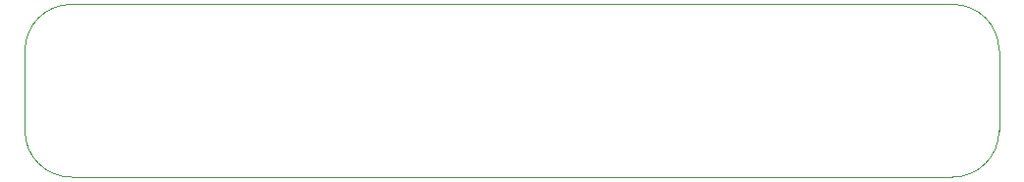
<source format=gbr>
%TF.GenerationSoftware,KiCad,Pcbnew,7.0.9*%
%TF.CreationDate,2024-12-12T11:18:18+10:00*%
%TF.ProjectId,RGB LED Mounting Board,52474220-4c45-4442-904d-6f756e74696e,rev?*%
%TF.SameCoordinates,Original*%
%TF.FileFunction,Profile,NP*%
%FSLAX46Y46*%
G04 Gerber Fmt 4.6, Leading zero omitted, Abs format (unit mm)*
G04 Created by KiCad (PCBNEW 7.0.9) date 2024-12-12 11:18:18*
%MOMM*%
%LPD*%
G01*
G04 APERTURE LIST*
%TA.AperFunction,Profile*%
%ADD10C,0.100000*%
%TD*%
G04 APERTURE END LIST*
D10*
X112550000Y-28425000D02*
X112550000Y-21475000D01*
X116550000Y-32425000D02*
X192550000Y-32425000D01*
X112550000Y-28425000D02*
G75*
G03*
X116550000Y-32425000I4000000J0D01*
G01*
X116550000Y-17475000D02*
G75*
G03*
X112550000Y-21475000I0J-4000000D01*
G01*
X196550000Y-21475000D02*
X196550000Y-28425000D01*
X192550000Y-32425000D02*
G75*
G03*
X196550000Y-28425000I0J4000000D01*
G01*
X196550000Y-21475000D02*
G75*
G03*
X192550000Y-17475000I-4000000J0D01*
G01*
X192550000Y-17475000D02*
X116550000Y-17475000D01*
M02*

</source>
